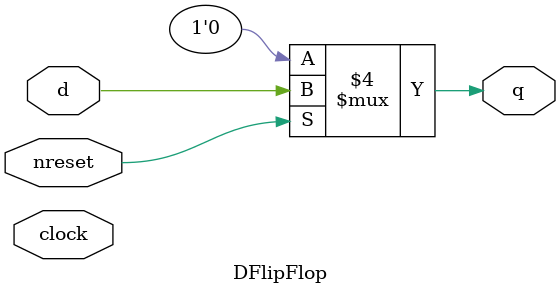
<source format=v>
`timescale 1ns / 1ns


module DFlipFlop(q, clock, nreset, d);

output q;
input clock,nreset,d;
reg q;

always @(clock)
begin
    if (nreset==1)
        q=d;
    else
        q=0;
end
endmodule

</source>
